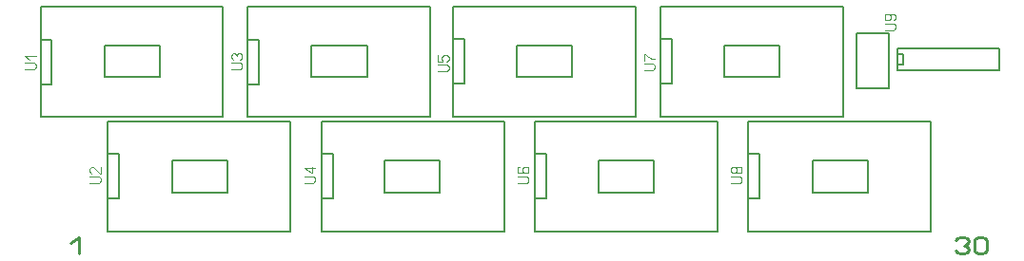
<source format=gbr>
%FSLAX34Y34*%
%MOMM*%
%LNSILK_TOP*%
G71*
G01*
%ADD10C,0.150*%
%ADD11C,0.122*%
%ADD12C,0.254*%
%LPD*%
G54D10*
X786353Y945041D02*
X786353Y925041D01*
X876553Y925041D01*
X876553Y945041D01*
X786353Y945041D01*
G54D10*
X786353Y940041D02*
X786353Y930041D01*
X791353Y930041D01*
X791353Y940041D01*
X786353Y940041D01*
G54D10*
X653416Y879775D02*
X653416Y781775D01*
X815816Y781775D01*
X815816Y879775D01*
X653416Y879775D01*
G54D10*
X653416Y850775D02*
X653416Y810775D01*
X663416Y810775D01*
X663416Y850775D01*
X653416Y850775D01*
G54D10*
X463709Y879775D02*
X463709Y781775D01*
X626109Y781775D01*
X626109Y879775D01*
X463709Y879775D01*
G54D10*
X463709Y850775D02*
X463709Y810775D01*
X473709Y810775D01*
X473709Y850775D01*
X463709Y850775D01*
G54D10*
X274003Y879775D02*
X274003Y781775D01*
X436403Y781775D01*
X436403Y879775D01*
X274003Y879775D01*
G54D10*
X274003Y850775D02*
X274003Y810775D01*
X284003Y810775D01*
X284003Y850775D01*
X274003Y850775D01*
G54D10*
X83503Y879775D02*
X83503Y781775D01*
X245903Y781775D01*
X245903Y879775D01*
X83503Y879775D01*
G54D10*
X83503Y850775D02*
X83503Y810775D01*
X93503Y810775D01*
X93503Y850775D01*
X83503Y850775D01*
G54D10*
X23972Y981772D02*
X23972Y883772D01*
X186372Y883772D01*
X186372Y981772D01*
X23972Y981772D01*
G54D10*
X23972Y952772D02*
X23972Y912772D01*
X33972Y912772D01*
X33972Y952772D01*
X23972Y952772D01*
G54D10*
X208122Y981772D02*
X208122Y883772D01*
X370522Y883772D01*
X370522Y981772D01*
X208122Y981772D01*
G54D10*
X208122Y952772D02*
X208122Y912772D01*
X218122Y912772D01*
X218122Y952772D01*
X208122Y952772D01*
G54D10*
X391081Y982169D02*
X391081Y884169D01*
X553481Y884169D01*
X553481Y982169D01*
X391081Y982169D01*
G54D10*
X391081Y953169D02*
X391081Y913169D01*
X401081Y913169D01*
X401081Y953169D01*
X391081Y953169D01*
G54D10*
X575231Y982169D02*
X575231Y884169D01*
X737631Y884169D01*
X737631Y982169D01*
X575231Y982169D01*
G54D10*
X575231Y953169D02*
X575231Y913169D01*
X585231Y913169D01*
X585231Y953169D01*
X575231Y953169D01*
G54D10*
X80962Y947738D02*
X130175Y947738D01*
X130175Y919162D01*
X80962Y919162D01*
X80962Y947738D01*
G54D10*
X265112Y947738D02*
X314325Y947738D01*
X314325Y919162D01*
X265112Y919162D01*
X265112Y947738D01*
G54D10*
X447675Y947738D02*
X496888Y947738D01*
X496888Y919162D01*
X447675Y919162D01*
X447675Y947738D01*
G54D10*
X631825Y947738D02*
X681037Y947738D01*
X681037Y919162D01*
X631825Y919162D01*
X631825Y947738D01*
G54D10*
X711200Y844550D02*
X760412Y844550D01*
X760412Y815975D01*
X711200Y815975D01*
X711200Y844550D01*
G54D10*
X520700Y844550D02*
X569912Y844550D01*
X569912Y815975D01*
X520700Y815975D01*
X520700Y844550D01*
G54D10*
X330200Y844550D02*
X379412Y844550D01*
X379412Y815975D01*
X330200Y815975D01*
X330200Y844550D01*
G54D10*
X141288Y844550D02*
X190500Y844550D01*
X190500Y815975D01*
X141288Y815975D01*
X141288Y844550D01*
G54D10*
X778669Y958056D02*
X778669Y908844D01*
X750094Y908844D01*
X750094Y958056D01*
X778669Y958056D01*
G54D11*
X10205Y926202D02*
X18150Y926202D01*
X19372Y926936D01*
X19983Y928402D01*
X19983Y929869D01*
X19372Y931336D01*
X18150Y932069D01*
X10205Y932069D01*
G54D11*
X13872Y934758D02*
X10205Y938425D01*
X19983Y938425D01*
G54D11*
X193484Y926139D02*
X201429Y926139D01*
X202651Y926872D01*
X203262Y928339D01*
X203262Y929806D01*
X202651Y931272D01*
X201429Y932006D01*
X193484Y932006D01*
G54D11*
X195318Y934695D02*
X194095Y935428D01*
X193484Y936895D01*
X193484Y938362D01*
X194095Y939828D01*
X195318Y940562D01*
X196540Y940562D01*
X197762Y939828D01*
X198373Y938362D01*
X198984Y939828D01*
X200206Y940562D01*
X201429Y940562D01*
X202651Y939828D01*
X203262Y938362D01*
X203262Y936895D01*
X202651Y935428D01*
X201429Y934695D01*
G54D11*
X377376Y924489D02*
X385321Y924489D01*
X386543Y925223D01*
X387154Y926689D01*
X387154Y928156D01*
X386543Y929623D01*
X385321Y930356D01*
X377376Y930356D01*
G54D11*
X377376Y938912D02*
X377376Y933045D01*
X381654Y933045D01*
X381654Y933779D01*
X381043Y935245D01*
X381043Y936712D01*
X381654Y938179D01*
X382876Y938912D01*
X385321Y938912D01*
X386543Y938179D01*
X387154Y936712D01*
X387154Y935245D01*
X386543Y933779D01*
X385321Y933045D01*
G54D11*
X560750Y925649D02*
X568694Y925649D01*
X569916Y926382D01*
X570527Y927849D01*
X570527Y929316D01*
X569916Y930782D01*
X568694Y931516D01*
X560750Y931516D01*
G54D11*
X560750Y934205D02*
X560750Y940072D01*
X561972Y939338D01*
X563805Y937872D01*
X566250Y936405D01*
X568083Y935672D01*
X570527Y935672D01*
G54D11*
X774890Y961282D02*
X782834Y961282D01*
X784057Y962015D01*
X784668Y963482D01*
X784668Y964949D01*
X784057Y966415D01*
X782834Y967149D01*
X774890Y967149D01*
G54D11*
X782834Y969838D02*
X784057Y970571D01*
X784668Y972038D01*
X784668Y973505D01*
X784057Y974971D01*
X782834Y975705D01*
X779779Y975705D01*
X779168Y975705D01*
X780390Y973505D01*
X780390Y972038D01*
X779779Y970571D01*
X778557Y969838D01*
X776723Y969838D01*
X775501Y970571D01*
X774890Y972038D01*
X774890Y973505D01*
X775501Y974971D01*
X776723Y975705D01*
X779779Y975705D01*
G54D11*
X67613Y824797D02*
X75557Y824797D01*
X76779Y825530D01*
X77390Y826997D01*
X77390Y828463D01*
X76779Y829930D01*
X75557Y830663D01*
X67613Y830663D01*
G54D11*
X77390Y839219D02*
X77390Y833353D01*
X76779Y833353D01*
X75557Y834086D01*
X71890Y838486D01*
X70668Y839219D01*
X69446Y839219D01*
X68224Y838486D01*
X67613Y837019D01*
X67613Y835553D01*
X68224Y834086D01*
X69446Y833353D01*
G54D11*
X258512Y824969D02*
X266457Y824969D01*
X267679Y825703D01*
X268290Y827169D01*
X268290Y828636D01*
X267679Y830103D01*
X266457Y830836D01*
X258512Y830836D01*
G54D11*
X268290Y837925D02*
X258512Y837925D01*
X264624Y833525D01*
X265846Y833525D01*
X265846Y839392D01*
G54D11*
X448278Y824936D02*
X456222Y824936D01*
X457445Y825669D01*
X458056Y827136D01*
X458056Y828602D01*
X457445Y830069D01*
X456222Y830802D01*
X448278Y830802D01*
G54D11*
X450111Y839358D02*
X448889Y838625D01*
X448278Y837158D01*
X448278Y835692D01*
X448889Y834225D01*
X450111Y833492D01*
X453167Y833492D01*
X453778Y833492D01*
X452556Y835692D01*
X452556Y837158D01*
X453167Y838625D01*
X454389Y839358D01*
X456222Y839358D01*
X457445Y838625D01*
X458056Y837158D01*
X458056Y835692D01*
X457445Y834225D01*
X456222Y833492D01*
X453167Y833492D01*
G54D11*
X637984Y824936D02*
X645929Y824936D01*
X647151Y825669D01*
X647762Y827136D01*
X647762Y828602D01*
X647151Y830069D01*
X645929Y830802D01*
X637984Y830802D01*
G54D11*
X642873Y837158D02*
X642873Y835692D01*
X642262Y834225D01*
X641040Y833492D01*
X639818Y833492D01*
X638595Y834225D01*
X637984Y835692D01*
X637984Y837158D01*
X638595Y838625D01*
X639818Y839358D01*
X641040Y839358D01*
X642262Y838625D01*
X642873Y837158D01*
X643484Y838625D01*
X644706Y839358D01*
X645929Y839358D01*
X647151Y838625D01*
X647762Y837158D01*
X647762Y835692D01*
X647151Y834225D01*
X645929Y833492D01*
X644706Y833492D01*
X643484Y834225D01*
X642873Y835692D01*
G54D12*
X50800Y770889D02*
X57911Y776222D01*
X57911Y762000D01*
G54D12*
X838200Y773556D02*
X839622Y775333D01*
X842467Y776222D01*
X845311Y776222D01*
X848156Y775333D01*
X849578Y773556D01*
X849578Y771778D01*
X848156Y770000D01*
X845311Y769111D01*
X848156Y768222D01*
X849578Y766444D01*
X849578Y764667D01*
X848156Y762889D01*
X845311Y762000D01*
X842467Y762000D01*
X839622Y762889D01*
X838200Y764667D01*
G54D12*
X865934Y773556D02*
X865934Y764667D01*
X864512Y762889D01*
X861667Y762000D01*
X858823Y762000D01*
X855978Y762889D01*
X854556Y764667D01*
X854556Y773556D01*
X855978Y775333D01*
X858823Y776222D01*
X861667Y776222D01*
X864512Y775333D01*
X865934Y773556D01*
M02*

</source>
